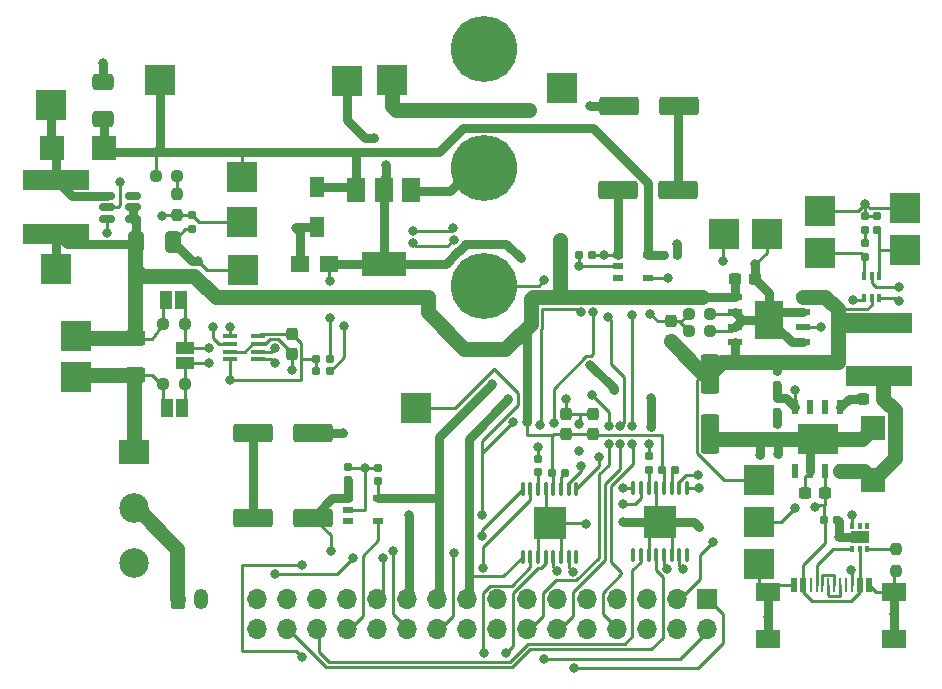
<source format=gbr>
%TF.GenerationSoftware,KiCad,Pcbnew,7.0.1*%
%TF.CreationDate,2025-03-28T11:58:16+02:00*%
%TF.ProjectId,EEE3088F_MM_Power_Project,45454533-3038-4384-965f-4d4d5f506f77,rev?*%
%TF.SameCoordinates,Original*%
%TF.FileFunction,Copper,L1,Top*%
%TF.FilePolarity,Positive*%
%FSLAX46Y46*%
G04 Gerber Fmt 4.6, Leading zero omitted, Abs format (unit mm)*
G04 Created by KiCad (PCBNEW 7.0.1) date 2025-03-28 11:58:16*
%MOMM*%
%LPD*%
G01*
G04 APERTURE LIST*
G04 Aperture macros list*
%AMRoundRect*
0 Rectangle with rounded corners*
0 $1 Rounding radius*
0 $2 $3 $4 $5 $6 $7 $8 $9 X,Y pos of 4 corners*
0 Add a 4 corners polygon primitive as box body*
4,1,4,$2,$3,$4,$5,$6,$7,$8,$9,$2,$3,0*
0 Add four circle primitives for the rounded corners*
1,1,$1+$1,$2,$3*
1,1,$1+$1,$4,$5*
1,1,$1+$1,$6,$7*
1,1,$1+$1,$8,$9*
0 Add four rect primitives between the rounded corners*
20,1,$1+$1,$2,$3,$4,$5,0*
20,1,$1+$1,$4,$5,$6,$7,0*
20,1,$1+$1,$6,$7,$8,$9,0*
20,1,$1+$1,$8,$9,$2,$3,0*%
G04 Aperture macros list end*
%TA.AperFunction,SMDPad,CuDef*%
%ADD10RoundRect,0.160000X-0.160000X0.197500X-0.160000X-0.197500X0.160000X-0.197500X0.160000X0.197500X0*%
%TD*%
%TA.AperFunction,SMDPad,CuDef*%
%ADD11R,2.000000X2.000000*%
%TD*%
%TA.AperFunction,SMDPad,CuDef*%
%ADD12R,0.350013X0.500000*%
%TD*%
%TA.AperFunction,SMDPad,CuDef*%
%ADD13R,1.600000X1.000000*%
%TD*%
%TA.AperFunction,SMDPad,CuDef*%
%ADD14R,2.020015X1.500000*%
%TD*%
%TA.AperFunction,SMDPad,CuDef*%
%ADD15R,0.500000X1.150013*%
%TD*%
%TA.AperFunction,SMDPad,CuDef*%
%ADD16R,0.259995X1.150013*%
%TD*%
%TA.AperFunction,SMDPad,CuDef*%
%ADD17R,1.500000X1.358903*%
%TD*%
%TA.AperFunction,SMDPad,CuDef*%
%ADD18O,0.350013X1.300000*%
%TD*%
%TA.AperFunction,SMDPad,CuDef*%
%ADD19R,2.740005X2.740005*%
%TD*%
%TA.AperFunction,SMDPad,CuDef*%
%ADD20RoundRect,0.250000X-1.412500X-0.550000X1.412500X-0.550000X1.412500X0.550000X-1.412500X0.550000X0*%
%TD*%
%TA.AperFunction,SMDPad,CuDef*%
%ADD21R,2.500000X2.500000*%
%TD*%
%TA.AperFunction,ComponentPad*%
%ADD22RoundRect,0.250000X-0.350000X-0.625000X0.350000X-0.625000X0.350000X0.625000X-0.350000X0.625000X0*%
%TD*%
%TA.AperFunction,ComponentPad*%
%ADD23O,1.200000X1.750000*%
%TD*%
%TA.AperFunction,SMDPad,CuDef*%
%ADD24R,0.600000X1.300000*%
%TD*%
%TA.AperFunction,SMDPad,CuDef*%
%ADD25R,3.500000X2.500000*%
%TD*%
%TA.AperFunction,SMDPad,CuDef*%
%ADD26RoundRect,0.155000X0.155000X-0.212500X0.155000X0.212500X-0.155000X0.212500X-0.155000X-0.212500X0*%
%TD*%
%TA.AperFunction,SMDPad,CuDef*%
%ADD27RoundRect,0.250000X0.650000X-0.412500X0.650000X0.412500X-0.650000X0.412500X-0.650000X-0.412500X0*%
%TD*%
%TA.AperFunction,SMDPad,CuDef*%
%ADD28RoundRect,0.150000X-0.512500X-0.150000X0.512500X-0.150000X0.512500X0.150000X-0.512500X0.150000X0*%
%TD*%
%TA.AperFunction,SMDPad,CuDef*%
%ADD29RoundRect,0.237500X0.300000X0.237500X-0.300000X0.237500X-0.300000X-0.237500X0.300000X-0.237500X0*%
%TD*%
%TA.AperFunction,SMDPad,CuDef*%
%ADD30RoundRect,0.250000X1.412500X0.550000X-1.412500X0.550000X-1.412500X-0.550000X1.412500X-0.550000X0*%
%TD*%
%TA.AperFunction,SMDPad,CuDef*%
%ADD31R,1.296012X1.757506*%
%TD*%
%TA.AperFunction,ComponentPad*%
%ADD32R,1.700000X1.700000*%
%TD*%
%TA.AperFunction,ComponentPad*%
%ADD33O,1.700000X1.700000*%
%TD*%
%TA.AperFunction,SMDPad,CuDef*%
%ADD34RoundRect,0.155000X0.212500X0.155000X-0.212500X0.155000X-0.212500X-0.155000X0.212500X-0.155000X0*%
%TD*%
%TA.AperFunction,SMDPad,CuDef*%
%ADD35RoundRect,0.237500X-0.250000X-0.237500X0.250000X-0.237500X0.250000X0.237500X-0.250000X0.237500X0*%
%TD*%
%TA.AperFunction,SMDPad,CuDef*%
%ADD36RoundRect,0.237500X-0.237500X0.250000X-0.237500X-0.250000X0.237500X-0.250000X0.237500X0.250000X0*%
%TD*%
%TA.AperFunction,SMDPad,CuDef*%
%ADD37RoundRect,0.160000X0.160000X-0.197500X0.160000X0.197500X-0.160000X0.197500X-0.160000X-0.197500X0*%
%TD*%
%TA.AperFunction,SMDPad,CuDef*%
%ADD38RoundRect,0.237500X0.237500X-0.300000X0.237500X0.300000X-0.237500X0.300000X-0.237500X-0.300000X0*%
%TD*%
%TA.AperFunction,ComponentPad*%
%ADD39C,5.600000*%
%TD*%
%TA.AperFunction,SMDPad,CuDef*%
%ADD40R,5.700000X1.700000*%
%TD*%
%TA.AperFunction,SMDPad,CuDef*%
%ADD41RoundRect,0.237500X-0.237500X0.300000X-0.237500X-0.300000X0.237500X-0.300000X0.237500X0.300000X0*%
%TD*%
%TA.AperFunction,SMDPad,CuDef*%
%ADD42R,0.900000X0.500000*%
%TD*%
%TA.AperFunction,SMDPad,CuDef*%
%ADD43R,1.000000X1.500000*%
%TD*%
%TA.AperFunction,SMDPad,CuDef*%
%ADD44RoundRect,0.250000X-0.550000X1.412500X-0.550000X-1.412500X0.550000X-1.412500X0.550000X1.412500X0*%
%TD*%
%TA.AperFunction,SMDPad,CuDef*%
%ADD45RoundRect,0.250000X-0.412500X-0.650000X0.412500X-0.650000X0.412500X0.650000X-0.412500X0.650000X0*%
%TD*%
%TA.AperFunction,SMDPad,CuDef*%
%ADD46O,1.251994X0.364008*%
%TD*%
%TA.AperFunction,SMDPad,CuDef*%
%ADD47R,0.364008X0.650013*%
%TD*%
%TA.AperFunction,SMDPad,CuDef*%
%ADD48RoundRect,0.160000X0.197500X0.160000X-0.197500X0.160000X-0.197500X-0.160000X0.197500X-0.160000X0*%
%TD*%
%TA.AperFunction,SMDPad,CuDef*%
%ADD49RoundRect,0.155000X-0.155000X0.212500X-0.155000X-0.212500X0.155000X-0.212500X0.155000X0.212500X0*%
%TD*%
%TA.AperFunction,SMDPad,CuDef*%
%ADD50R,1.500000X2.000000*%
%TD*%
%TA.AperFunction,SMDPad,CuDef*%
%ADD51R,3.800000X2.000000*%
%TD*%
%TA.AperFunction,SMDPad,CuDef*%
%ADD52RoundRect,0.237500X-0.300000X-0.237500X0.300000X-0.237500X0.300000X0.237500X-0.300000X0.237500X0*%
%TD*%
%TA.AperFunction,SMDPad,CuDef*%
%ADD53RoundRect,0.250000X-0.625000X0.400000X-0.625000X-0.400000X0.625000X-0.400000X0.625000X0.400000X0*%
%TD*%
%TA.AperFunction,SMDPad,CuDef*%
%ADD54RoundRect,0.155000X-0.212500X-0.155000X0.212500X-0.155000X0.212500X0.155000X-0.212500X0.155000X0*%
%TD*%
%TA.AperFunction,SMDPad,CuDef*%
%ADD55R,1.200000X0.600000*%
%TD*%
%TA.AperFunction,SMDPad,CuDef*%
%ADD56R,2.400000X3.300000*%
%TD*%
%TA.AperFunction,SMDPad,CuDef*%
%ADD57R,1.500000X1.000000*%
%TD*%
%TA.AperFunction,ComponentPad*%
%ADD58R,2.500000X2.100000*%
%TD*%
%TA.AperFunction,ComponentPad*%
%ADD59C,2.500000*%
%TD*%
%TA.AperFunction,ViaPad*%
%ADD60C,0.800000*%
%TD*%
%TA.AperFunction,Conductor*%
%ADD61C,0.250000*%
%TD*%
%TA.AperFunction,Conductor*%
%ADD62C,0.760000*%
%TD*%
%TA.AperFunction,Conductor*%
%ADD63C,1.270000*%
%TD*%
G04 APERTURE END LIST*
D10*
%TO.P,R4,1*%
%TO.N,Net-(U1-FB)*%
X114935000Y-113702500D03*
%TO.P,R4,2*%
%TO.N,GND*%
X114935000Y-114897500D03*
%TD*%
D11*
%TO.P,D1,1,K*%
%TO.N,+5V*%
X107508298Y-108026200D03*
%TO.P,D1,2,A*%
%TO.N,Net-(D1-A)*%
X103108502Y-108026200D03*
%TD*%
%TO.P,D2,2,A*%
%TO.N,GND*%
X172618399Y-131726804D03*
%TO.P,D2,1,K*%
%TO.N,/PH_Pin*%
X172618399Y-136126600D03*
%TD*%
D12*
%TO.P,U9,1,CC1*%
%TO.N,/CC1*%
X170799987Y-141969924D03*
%TO.P,U9,2,VUSB*%
%TO.N,+9V*%
X171449975Y-141969924D03*
%TO.P,U9,3,VSET*%
%TO.N,Net-(U9-VSET)*%
X172099962Y-141969924D03*
%TO.P,U9,4,D+*%
%TO.N,unconnected-(U9-D+-Pad4)*%
X172099962Y-139969924D03*
%TO.P,U9,5,D-*%
%TO.N,unconnected-(U9-D--Pad5)*%
X171449975Y-139969924D03*
%TO.P,U9,6,CC2*%
%TO.N,/CC2*%
X170799987Y-139969924D03*
D13*
%TO.P,U9,7,GND*%
%TO.N,GND*%
X171449975Y-140969924D03*
%TD*%
D14*
%TO.P,U7,17,EH*%
%TO.N,GND*%
X174394883Y-145608550D03*
%TO.P,U7,18,EH*%
X174394883Y-149608550D03*
%TO.P,U7,19,EH*%
X163734989Y-149608550D03*
%TO.P,U7,20,EH*%
X163734989Y-145608550D03*
D15*
%TO.P,U7,A1,GND*%
X165865038Y-145034000D03*
%TO.P,U7,A4,VBUS*%
%TO.N,+9V*%
X166664885Y-145034000D03*
D16*
%TO.P,U7,A5,CC1*%
%TO.N,/CC1*%
X167815000Y-145034000D03*
%TO.P,U7,A6,DP1*%
%TO.N,/DP1*%
X168815000Y-145034000D03*
%TO.P,U7,A7,DN1*%
%TO.N,/DN1*%
X169314872Y-145034000D03*
%TO.P,U7,A8,SBU1*%
%TO.N,unconnected-(U7-SBU1-PadA8)*%
X170314618Y-145034000D03*
D15*
%TO.P,U7,A9,VBUS*%
%TO.N,+9V*%
X171464987Y-145034000D03*
%TO.P,U7,A12,GND*%
%TO.N,GND*%
X172265088Y-145034000D03*
D16*
%TO.P,U7,B5,CC2*%
%TO.N,/CC2*%
X170815000Y-145034000D03*
%TO.P,U7,B6,DP2*%
%TO.N,/DP1*%
X169815000Y-145034000D03*
%TO.P,U7,B7,DN2*%
%TO.N,/DN1*%
X168314872Y-145034000D03*
%TO.P,U7,B8,SBU2*%
%TO.N,unconnected-(U7-SBU2-PadB8)*%
X167314872Y-145034000D03*
%TD*%
D17*
%TO.P,C5,1,1*%
%TO.N,+3V3*%
X126516298Y-117856000D03*
%TO.P,C5,2,2*%
%TO.N,GND*%
X124116502Y-117856000D03*
%TD*%
D18*
%TO.P,U10,1,nSleep*%
%TO.N,+3V3*%
X152294834Y-142494000D03*
%TO.P,U10,2,AOUT1*%
%TO.N,/AOUT1 (U2)*%
X152944822Y-142494000D03*
%TO.P,U10,3,AISEN*%
%TO.N,GND*%
X153594809Y-142494000D03*
%TO.P,U10,4,AOUT2*%
%TO.N,/AOUT2 (U2)*%
X154245050Y-142494000D03*
%TO.P,U10,5,BOUT2*%
%TO.N,/BOUT2 (U2)*%
X154895038Y-142494000D03*
%TO.P,U10,6,BISEN*%
%TO.N,GND*%
X155545025Y-142494000D03*
%TO.P,U10,7,BOUT1*%
%TO.N,/BOUT1 (U2)*%
X156195012Y-142494000D03*
%TO.P,U10,8,nFault*%
%TO.N,unconnected-(U10-nFault-Pad8)*%
X156845000Y-142494000D03*
%TO.P,U10,16,AIN1*%
%TO.N,/AIN1 (U2)*%
X152294834Y-136793974D03*
%TO.P,U10,15,AIN2*%
%TO.N,/AIN2 (U2)*%
X152944822Y-136793974D03*
%TO.P,U10,14,VINT*%
%TO.N,Net-(U10-VINT)*%
X153594809Y-136793974D03*
%TO.P,U10,13,GND*%
%TO.N,GND*%
X154245050Y-136793974D03*
%TO.P,U10,12,VM*%
%TO.N,/Battery_Out*%
X154895038Y-136793974D03*
%TO.P,U10,11,VCP*%
%TO.N,Net-(U10-VCP)*%
X155545025Y-136793974D03*
%TO.P,U10,10,BIN2*%
%TO.N,/BIN2 (U2)*%
X156195012Y-136793974D03*
%TO.P,U10,9,BIN1*%
%TO.N,/BIN1 (U2)*%
X156845000Y-136793974D03*
D19*
%TO.P,U10,17,GND*%
%TO.N,GND*%
X154569917Y-139643987D03*
%TD*%
D18*
%TO.P,U8,1,nSleep*%
%TO.N,+3V3*%
X142936717Y-142600813D03*
%TO.P,U8,2,AOUT1*%
%TO.N,/AOUT1 (U1)*%
X143586705Y-142600813D03*
%TO.P,U8,3,AISEN*%
%TO.N,GND*%
X144236692Y-142600813D03*
%TO.P,U8,4,AOUT2*%
%TO.N,/AOUT2 (U1)*%
X144886933Y-142600813D03*
%TO.P,U8,5,BOUT2*%
%TO.N,/BOUT2 (U1)*%
X145536921Y-142600813D03*
%TO.P,U8,6,BISEN*%
%TO.N,GND*%
X146186908Y-142600813D03*
%TO.P,U8,7,BOUT1*%
%TO.N,/BOUT1 (U1)*%
X146836895Y-142600813D03*
%TO.P,U8,8,nFault*%
%TO.N,unconnected-(U8-nFault-Pad8)*%
X147486883Y-142600813D03*
%TO.P,U8,9,BIN1*%
%TO.N,/BIN1 (U1)*%
X147486883Y-136900787D03*
%TO.P,U8,10,BIN2*%
%TO.N,/BIN2 (U1)*%
X146836895Y-136900787D03*
%TO.P,U8,11,VCP*%
%TO.N,Net-(U8-VCP)*%
X146186908Y-136900787D03*
%TO.P,U8,12,VM*%
%TO.N,/Battery_Out*%
X145536921Y-136900787D03*
%TO.P,U8,13,GND*%
%TO.N,GND*%
X144886933Y-136900787D03*
%TO.P,U8,14,VINT*%
%TO.N,Net-(U8-VINT)*%
X144236692Y-136900787D03*
%TO.P,U8,15,AIN2*%
%TO.N,/AIN2 (U1)*%
X143586705Y-136900787D03*
%TO.P,U8,16,AIN1*%
%TO.N,/AIN1 (U1)*%
X142936717Y-136900787D03*
D19*
%TO.P,U8,17,GND*%
%TO.N,GND*%
X145211800Y-139750800D03*
%TD*%
D20*
%TO.P,C31,1*%
%TO.N,Net-(C30-Pad2)*%
X120070800Y-132156200D03*
%TO.P,C31,2*%
%TO.N,GND*%
X125145800Y-132156200D03*
%TD*%
D21*
%TO.P,5V_R1_TP1,1,1*%
%TO.N,+5V*%
X119126000Y-110490000D03*
%TD*%
D22*
%TO.P,J1,1,Pin_1*%
%TO.N,/Battery_In_Before_Switch*%
X113722400Y-146151600D03*
D23*
%TO.P,J1,2,Pin_2*%
%TO.N,GND*%
X115722400Y-146151600D03*
%TD*%
D24*
%TO.P,U4,1,BOOT*%
%TO.N,Net-(U4-BOOT)*%
X169824403Y-129956804D03*
%TO.P,U4,2,NC*%
%TO.N,unconnected-(U4-NC-Pad2)*%
X168554400Y-129956804D03*
%TO.P,U4,3,NC*%
%TO.N,unconnected-(U4-NC-Pad3)*%
X167284398Y-129956804D03*
%TO.P,U4,4,VSENSE*%
%TO.N,Net-(U4-VSENSE)*%
X166014395Y-129956804D03*
%TO.P,U4,5,ENA*%
%TO.N,unconnected-(U4-ENA-Pad5)*%
X166014395Y-135356600D03*
%TO.P,U4,6,GND*%
%TO.N,GND*%
X167284398Y-135356600D03*
%TO.P,U4,7,VIN*%
%TO.N,+9V*%
X168554400Y-135356600D03*
%TO.P,U4,8,PH*%
%TO.N,/PH_Pin*%
X169824403Y-135356600D03*
D25*
%TO.P,U4,9,PowerPAD*%
%TO.N,GND*%
X167919399Y-132656829D03*
%TD*%
D26*
%TO.P,C11,1*%
%TO.N,Net-(U8-VINT)*%
X144246600Y-135441500D03*
%TO.P,C11,2*%
%TO.N,GND*%
X144246600Y-134306500D03*
%TD*%
D27*
%TO.P,C2,1*%
%TO.N,+5V*%
X107416600Y-105537800D03*
%TO.P,C2,2*%
%TO.N,GND*%
X107416600Y-102412800D03*
%TD*%
D21*
%TO.P,L_TP_1,1,1*%
%TO.N,/Battery_Out*%
X103428800Y-118262400D03*
%TD*%
D28*
%TO.P,U1,1,SW*%
%TO.N,Net-(D1-A)*%
X107701500Y-112080000D03*
%TO.P,U1,2,GND*%
%TO.N,GND*%
X107701500Y-113030000D03*
%TO.P,U1,3,FB*%
%TO.N,Net-(U1-FB)*%
X107701500Y-113980000D03*
%TO.P,U1,4,EN*%
%TO.N,/Battery_Out*%
X109976500Y-113980000D03*
%TO.P,U1,5,IN*%
X109976500Y-113030000D03*
%TO.P,U1,6,NC*%
%TO.N,unconnected-(U1-NC-Pad6)*%
X109976500Y-112080000D03*
%TD*%
D29*
%TO.P,C9,1*%
%TO.N,GND*%
X162609700Y-119075200D03*
%TO.P,C9,2*%
%TO.N,/Battery_Out*%
X160884700Y-119075200D03*
%TD*%
D30*
%TO.P,C30,1*%
%TO.N,/EXT_LOAD1_OUT*%
X125171200Y-139293600D03*
%TO.P,C30,2*%
%TO.N,Net-(C30-Pad2)*%
X120096200Y-139293600D03*
%TD*%
D21*
%TO.P,9-5V_R1_TP1,1,1*%
%TO.N,/Battey_Charger_VDD*%
X162941000Y-136144000D03*
%TD*%
D31*
%TO.P,C4,1,1*%
%TO.N,+5V*%
X125523713Y-111319860D03*
%TO.P,C4,2,2*%
%TO.N,GND*%
X125523713Y-114692478D03*
%TD*%
D32*
%TO.P,J2,1,Pin_1*%
%TO.N,/BOUT1 (U1)*%
X158572200Y-146227800D03*
D33*
%TO.P,J2,2,Pin_2*%
%TO.N,/BOUT2 (U1)*%
X158572200Y-148767800D03*
%TO.P,J2,3,Pin_3*%
%TO.N,/BIN1 (U1)*%
X156032200Y-146227800D03*
%TO.P,J2,4,Pin_4*%
%TO.N,/BOUT1 (U2)*%
X156032200Y-148767800D03*
%TO.P,J2,5,Pin_5*%
%TO.N,/BIN2 (U1)*%
X153492200Y-146227800D03*
%TO.P,J2,6,Pin_6*%
%TO.N,/BOUT2 (U2)*%
X153492200Y-148767800D03*
%TO.P,J2,7,Pin_7*%
%TO.N,/BIN1 (U2)*%
X150952200Y-146227800D03*
%TO.P,J2,8,Pin_8*%
%TO.N,/CTRL_EXT_LOAD2*%
X150952200Y-148767800D03*
%TO.P,J2,9,Pin_9*%
%TO.N,/BIN2 (U2)*%
X148412200Y-146227800D03*
%TO.P,J2,10,Pin_10*%
%TO.N,unconnected-(J2-Pin_10-Pad10)*%
X148412200Y-148767800D03*
%TO.P,J2,11,Pin_11*%
%TO.N,unconnected-(J2-Pin_11-Pad11)*%
X145872200Y-146227800D03*
%TO.P,J2,12,Pin_12*%
%TO.N,/EXT_LOAD2_OUT*%
X145872200Y-148767800D03*
%TO.P,J2,13,Pin_13*%
%TO.N,/Battery_Out*%
X143332200Y-146227800D03*
%TO.P,J2,14,Pin_14*%
%TO.N,/Fast_Charge_CTRL*%
X143332200Y-148767800D03*
%TO.P,J2,15,Pin_15*%
%TO.N,/I2C1_SCL*%
X140792200Y-146227800D03*
%TO.P,J2,16,Pin_16*%
%TO.N,unconnected-(J2-Pin_16-Pad16)*%
X140792200Y-148767800D03*
%TO.P,J2,17,Pin_17*%
%TO.N,+3V3*%
X138252200Y-146227800D03*
%TO.P,J2,18,Pin_18*%
%TO.N,/I2C1_SDA*%
X138252200Y-148767800D03*
%TO.P,J2,19,Pin_19*%
%TO.N,+5V*%
X135712200Y-146227800D03*
%TO.P,J2,20,Pin_20*%
%TO.N,GND*%
X135712200Y-148767800D03*
%TO.P,J2,21,Pin_21*%
%TO.N,+9V*%
X133172200Y-146227800D03*
%TO.P,J2,22,Pin_22*%
%TO.N,/EXT_LOAD1_OUT*%
X133172200Y-148767800D03*
%TO.P,J2,23,Pin_23*%
%TO.N,/AIN1 (U2)*%
X130632200Y-146227800D03*
%TO.P,J2,24,Pin_24*%
%TO.N,GND*%
X130632200Y-148767800D03*
%TO.P,J2,25,Pin_25*%
%TO.N,/AIN2 (U2)*%
X128092200Y-146227800D03*
%TO.P,J2,26,Pin_26*%
%TO.N,/CTRL_EXT_LOAD1*%
X128092200Y-148767800D03*
%TO.P,J2,27,Pin_27*%
%TO.N,/AIN1 (U1)*%
X125552200Y-146227800D03*
%TO.P,J2,28,Pin_28*%
%TO.N,/AOUT1 (U2)*%
X125552200Y-148767800D03*
%TO.P,J2,29,Pin_29*%
%TO.N,/AIN2 (U1)*%
X123012200Y-146227800D03*
%TO.P,J2,30,Pin_30*%
%TO.N,/AOUT2 (U2)*%
X123012200Y-148767800D03*
%TO.P,J2,31,Pin_31*%
%TO.N,/AOUT1 (U1)*%
X120472200Y-146227800D03*
%TO.P,J2,32,Pin_32*%
%TO.N,/AOUT2 (U1)*%
X120472200Y-148767800D03*
%TD*%
D34*
%TO.P,C16,1*%
%TO.N,Net-(U10-VCP)*%
X155846400Y-135280400D03*
%TO.P,C16,2*%
%TO.N,/Battery_Out*%
X154711400Y-135280400D03*
%TD*%
D21*
%TO.P,5V_R2_TP1,1,1*%
%TO.N,GND*%
X119253000Y-118364000D03*
%TD*%
D34*
%TO.P,C33,1*%
%TO.N,GND*%
X156015500Y-117094000D03*
%TO.P,C33,2*%
%TO.N,+5V*%
X154880500Y-117094000D03*
%TD*%
D35*
%TO.P,R5,1*%
%TO.N,/Battery_In_After_Switch*%
X112511500Y-127990600D03*
%TO.P,R5,2*%
%TO.N,Net-(JP1-B)*%
X114336500Y-127990600D03*
%TD*%
D36*
%TO.P,R15,1*%
%TO.N,Net-(U9-VSET)*%
X174498000Y-141962500D03*
%TO.P,R15,2*%
%TO.N,GND*%
X174498000Y-143787500D03*
%TD*%
D37*
%TO.P,R10,1*%
%TO.N,Net-(R10-Pad1)*%
X171907200Y-114957900D03*
%TO.P,R10,2*%
%TO.N,GND*%
X171907200Y-113762900D03*
%TD*%
D20*
%TO.P,C20,1*%
%TO.N,/EXT_LOAD2_OUT*%
X150982600Y-111531400D03*
%TO.P,C20,2*%
%TO.N,Net-(C20-Pad2)*%
X156057600Y-111531400D03*
%TD*%
D38*
%TO.P,C17,1*%
%TO.N,/Battery_Out*%
X148844000Y-132231300D03*
%TO.P,C17,2*%
%TO.N,GND*%
X148844000Y-130506300D03*
%TD*%
%TO.P,C14,1*%
%TO.N,/Battery_Out*%
X146583400Y-132256700D03*
%TO.P,C14,2*%
%TO.N,GND*%
X146583400Y-130531700D03*
%TD*%
D36*
%TO.P,R3,1*%
%TO.N,Net-(R2-Pad2)*%
X113665000Y-111863500D03*
%TO.P,R3,2*%
%TO.N,Net-(U1-FB)*%
X113665000Y-113688500D03*
%TD*%
D21*
%TO.P,CHRG_SelectR2_TP1,1,1*%
%TO.N,Net-(U6-NO)*%
X175336200Y-116636800D03*
%TD*%
D39*
%TO.P,H1,1,1*%
%TO.N,GND*%
X139649200Y-119659099D03*
%TD*%
D34*
%TO.P,C12,1*%
%TO.N,Net-(U8-VCP)*%
X146532600Y-135483600D03*
%TO.P,C12,2*%
%TO.N,/Battery_Out*%
X145397600Y-135483600D03*
%TD*%
D39*
%TO.P,H3,1,1*%
%TO.N,GND*%
X139649200Y-109659099D03*
%TD*%
D40*
%TO.P,L3,1*%
%TO.N,/PH_Pin*%
X173101000Y-127330200D03*
%TO.P,L3,2*%
%TO.N,/Battey_Charger_VDD*%
X173101000Y-122830200D03*
%TD*%
D21*
%TO.P,5V_TP1,1,1*%
%TO.N,+5V*%
X112191800Y-102260400D03*
%TD*%
D41*
%TO.P,C7,1*%
%TO.N,Net-(C7-Pad1)*%
X155498800Y-122657700D03*
%TO.P,C7,2*%
%TO.N,/Battey_Charger_VDD*%
X155498800Y-124382700D03*
%TD*%
D10*
%TO.P,R13,1*%
%TO.N,/Battey_Charger_VDD*%
X164490399Y-126889702D03*
%TO.P,R13,2*%
%TO.N,Net-(U4-VSENSE)*%
X164490399Y-128084702D03*
%TD*%
D35*
%TO.P,R2,1*%
%TO.N,+5V*%
X111863500Y-110363000D03*
%TO.P,R2,2*%
%TO.N,Net-(R2-Pad2)*%
X113688500Y-110363000D03*
%TD*%
D40*
%TO.P,L2,1*%
%TO.N,/Battery_Out*%
X103428800Y-115254600D03*
%TO.P,L2,2*%
%TO.N,Net-(D1-A)*%
X103428800Y-110754600D03*
%TD*%
D21*
%TO.P,CHRG_SelectR1_TP1,1,1*%
%TO.N,Net-(U6-NC)*%
X168122600Y-116916200D03*
%TD*%
D42*
%TO.P,U12,1,OUT*%
%TO.N,/EXT_LOAD2_OUT*%
X150977600Y-117073676D03*
%TO.P,U12,2,GND*%
%TO.N,GND*%
X150977600Y-118023638D03*
%TO.P,U12,3,FLG*%
%TO.N,unconnected-(U12-FLG-Pad3)*%
X150977600Y-118973600D03*
%TO.P,U12,4,EN*%
%TO.N,/CTRL_EXT_LOAD2*%
X153577550Y-118973600D03*
%TO.P,U12,5,IN*%
%TO.N,+5V*%
X153577550Y-117073676D03*
%TD*%
D43*
%TO.P,JP2,1,A*%
%TO.N,Net-(JP2-A)*%
X114011500Y-120909000D03*
%TO.P,JP2,2,B*%
%TO.N,/Battery_Out*%
X112711500Y-120909000D03*
%TD*%
D21*
%TO.P,CHRG_VinR_TP1,1,1*%
%TO.N,Net-(C7-Pad1)*%
X159943800Y-115265200D03*
%TD*%
D37*
%TO.P,R12,1*%
%TO.N,GND*%
X164490399Y-132563800D03*
%TO.P,R12,2*%
%TO.N,Net-(R12-Pad2)*%
X164490399Y-131368800D03*
%TD*%
D42*
%TO.P,U14,1,OUT*%
%TO.N,/EXT_LOAD1_OUT*%
X128117600Y-137668000D03*
%TO.P,U14,2,GND*%
%TO.N,GND*%
X128117600Y-138617962D03*
%TO.P,U14,3,FLG*%
%TO.N,unconnected-(U14-FLG-Pad3)*%
X128117600Y-139567924D03*
%TO.P,U14,4,EN*%
%TO.N,/CTRL_EXT_LOAD1*%
X130717550Y-139567924D03*
%TO.P,U14,5,IN*%
%TO.N,+5V*%
X130717550Y-137668000D03*
%TD*%
D21*
%TO.P,9V_TP1,1,1*%
%TO.N,+9V*%
X133858000Y-130048000D03*
%TD*%
D30*
%TO.P,C21,1*%
%TO.N,Net-(C20-Pad2)*%
X156133800Y-104419400D03*
%TO.P,C21,2*%
%TO.N,GND*%
X151058800Y-104419400D03*
%TD*%
D26*
%TO.P,C15,1*%
%TO.N,Net-(U10-VINT)*%
X153593800Y-135238300D03*
%TO.P,C15,2*%
%TO.N,GND*%
X153593800Y-134103300D03*
%TD*%
D35*
%TO.P,R6,1*%
%TO.N,/Battery_Out*%
X112511500Y-122909000D03*
%TO.P,R6,2*%
%TO.N,Net-(JP2-A)*%
X114336500Y-122909000D03*
%TD*%
D44*
%TO.P,C10,1*%
%TO.N,/Battey_Charger_VDD*%
X158775403Y-127106600D03*
%TO.P,C10,2*%
%TO.N,GND*%
X158775403Y-132181600D03*
%TD*%
D21*
%TO.P,9-5V_VSense_TP1,1,1*%
%TO.N,Net-(U4-VSENSE)*%
X162915600Y-139700000D03*
%TD*%
D45*
%TO.P,C1,1*%
%TO.N,/Battery_Out*%
X110159000Y-115951000D03*
%TO.P,C1,2*%
%TO.N,GND*%
X113284000Y-115951000D03*
%TD*%
D35*
%TO.P,R8,1*%
%TO.N,Net-(C7-Pad1)*%
X156999300Y-122021600D03*
%TO.P,R8,2*%
%TO.N,GND*%
X158824300Y-122021600D03*
%TD*%
D46*
%TO.P,U2,1,IN+*%
%TO.N,Net-(JP1-B)*%
X120562560Y-125884108D03*
%TO.P,U2,2,IN-*%
%TO.N,Net-(JP2-A)*%
X120562560Y-125234121D03*
%TO.P,U2,3,GND*%
%TO.N,GND*%
X120562560Y-124584133D03*
%TO.P,U2,4,VS*%
%TO.N,+3V3*%
X120562560Y-123933892D03*
%TO.P,U2,5,SCL*%
%TO.N,/I2C1_SCL*%
X118110440Y-123933892D03*
%TO.P,U2,6,SDA*%
%TO.N,/I2C1_SDA*%
X118110440Y-124584133D03*
%TO.P,U2,7,A0*%
%TO.N,GND*%
X118110440Y-125234121D03*
%TO.P,U2,8,A1*%
%TO.N,+3V3*%
X118110440Y-125884108D03*
%TD*%
D21*
%TO.P,Shunt_TP1,1,1*%
%TO.N,/Battery_In_After_Switch*%
X105086500Y-127409000D03*
%TD*%
D47*
%TO.P,U6,1,NO*%
%TO.N,Net-(U6-NO)*%
X173130974Y-118830800D03*
%TO.P,U6,2,GND*%
%TO.N,GND*%
X172480987Y-118830800D03*
%TO.P,U6,3,NC*%
%TO.N,Net-(U6-NC)*%
X171831000Y-118830800D03*
%TO.P,U6,4,COM*%
%TO.N,Net-(U5-PROG)*%
X171831000Y-120730724D03*
%TO.P,U6,5,V+*%
%TO.N,/Battey_Charger_VDD*%
X172480987Y-120730724D03*
%TO.P,U6,6,IN*%
%TO.N,/Fast_Charge_CTRL*%
X173130974Y-120730724D03*
%TD*%
D21*
%TO.P,3V3_TP1,1,1*%
%TO.N,+3V3*%
X128016000Y-102362000D03*
%TD*%
D48*
%TO.P,R17,1*%
%TO.N,/I2C1_SDA*%
X126632300Y-125857000D03*
%TO.P,R17,2*%
%TO.N,+3V3*%
X125437300Y-125857000D03*
%TD*%
%TO.P,R16,1*%
%TO.N,/I2C1_SCL*%
X126632300Y-126856400D03*
%TO.P,R16,2*%
%TO.N,+3V3*%
X125437300Y-126856400D03*
%TD*%
D49*
%TO.P,C28,1*%
%TO.N,GND*%
X130683000Y-135068500D03*
%TO.P,C28,2*%
%TO.N,+5V*%
X130683000Y-136203500D03*
%TD*%
D41*
%TO.P,C3,1*%
%TO.N,+3V3*%
X123393200Y-123749900D03*
%TO.P,C3,2*%
%TO.N,GND*%
X123393200Y-125474900D03*
%TD*%
D35*
%TO.P,R7,1*%
%TO.N,Net-(C7-Pad1)*%
X157001200Y-123520200D03*
%TO.P,R7,2*%
%TO.N,GND*%
X158826200Y-123520200D03*
%TD*%
D39*
%TO.P,H2,1,1*%
%TO.N,GND*%
X139649200Y-99659099D03*
%TD*%
D21*
%TO.P,CHRG_SelectR1_TP2,1,1*%
%TO.N,GND*%
X168122600Y-113334800D03*
%TD*%
D50*
%TO.P,U3,1,GND*%
%TO.N,GND*%
X133458400Y-111531000D03*
%TO.P,U3,2,VO*%
%TO.N,+3V3*%
X131158400Y-111531000D03*
D51*
X131158400Y-117831000D03*
D50*
%TO.P,U3,3,VI*%
%TO.N,+5V*%
X128858400Y-111531000D03*
%TD*%
D21*
%TO.P,9-5V_R2_TP1,1,1*%
%TO.N,GND*%
X162941000Y-143205200D03*
%TD*%
D52*
%TO.P,C8,1*%
%TO.N,Net-(U4-BOOT)*%
X171755899Y-129227702D03*
%TO.P,C8,2*%
%TO.N,/PH_Pin*%
X173480899Y-129227702D03*
%TD*%
D43*
%TO.P,JP1,1,A*%
%TO.N,/Battery_In_After_Switch*%
X112786500Y-129981200D03*
%TO.P,JP1,2,B*%
%TO.N,Net-(JP1-B)*%
X114086500Y-129981200D03*
%TD*%
D21*
%TO.P,CHRG_SelectR2_TP2,1,1*%
%TO.N,GND*%
X175336200Y-113106200D03*
%TD*%
D53*
%TO.P,R1,1*%
%TO.N,/Battery_Out*%
X110086500Y-124109000D03*
%TO.P,R1,2*%
%TO.N,/Battery_In_After_Switch*%
X110086500Y-127209000D03*
%TD*%
D49*
%TO.P,C32,1*%
%TO.N,GND*%
X128117600Y-135009000D03*
%TO.P,C32,2*%
%TO.N,/EXT_LOAD1_OUT*%
X128117600Y-136144000D03*
%TD*%
D37*
%TO.P,R9,1*%
%TO.N,Net-(U6-NC)*%
X171907200Y-117243900D03*
%TO.P,R9,2*%
%TO.N,Net-(R10-Pad1)*%
X171907200Y-116048900D03*
%TD*%
D54*
%TO.P,C23,1*%
%TO.N,GND*%
X147692300Y-117068600D03*
%TO.P,C23,2*%
%TO.N,/EXT_LOAD2_OUT*%
X148827300Y-117068600D03*
%TD*%
D37*
%TO.P,R11,1*%
%TO.N,Net-(U6-NO)*%
X172923200Y-114945800D03*
%TO.P,R11,2*%
%TO.N,GND*%
X172923200Y-113750800D03*
%TD*%
D21*
%TO.P,L_TP_2,1,1*%
%TO.N,Net-(D1-A)*%
X102997000Y-104368600D03*
%TD*%
D55*
%TO.P,U5,1,TEMP*%
%TO.N,GND*%
X166700204Y-124447302D03*
%TO.P,U5,2,PROG*%
%TO.N,Net-(U5-PROG)*%
X166700204Y-123177299D03*
%TO.P,U5,3,GND*%
%TO.N,GND*%
X166700204Y-121907297D03*
%TO.P,U5,4,VCC*%
%TO.N,/Battey_Charger_VDD*%
X166700204Y-120637294D03*
%TO.P,U5,5,BAT*%
%TO.N,/Battery_Out*%
X160883592Y-120637294D03*
%TO.P,U5,6,STDBY#*%
%TO.N,GND*%
X160883592Y-121907297D03*
%TO.P,U5,7,CHRG#*%
X160883592Y-123177299D03*
%TO.P,U5,8,CE*%
%TO.N,/Battey_Charger_VDD*%
X160883592Y-124447302D03*
D56*
%TO.P,U5,9,EP*%
%TO.N,GND*%
X163791898Y-122542298D03*
%TD*%
D21*
%TO.P,5V_FB_TP1,1,1*%
%TO.N,Net-(U1-FB)*%
X119126000Y-114300000D03*
%TD*%
%TO.P,Shunt_TP2,1,1*%
%TO.N,/Battery_Out*%
X105086500Y-123909000D03*
%TD*%
D10*
%TO.P,R14,1*%
%TO.N,Net-(U4-VSENSE)*%
X164490399Y-129120300D03*
%TO.P,R14,2*%
%TO.N,Net-(R12-Pad2)*%
X164490399Y-130315300D03*
%TD*%
D57*
%TO.P,JP3,1,A*%
%TO.N,Net-(JP2-A)*%
X114336500Y-124909000D03*
%TO.P,JP3,2,B*%
%TO.N,Net-(JP1-B)*%
X114336500Y-126209000D03*
%TD*%
D21*
%TO.P,CHRG_VinR_TP2,1,1*%
%TO.N,GND*%
X163576000Y-115265200D03*
%TD*%
D52*
%TO.P,C6,1*%
%TO.N,GND*%
X166804000Y-137210800D03*
%TO.P,C6,2*%
%TO.N,+9V*%
X168529000Y-137210800D03*
%TD*%
D21*
%TO.P,BAT_TP1,1,1*%
%TO.N,/Battery_Out*%
X131876800Y-102260400D03*
%TD*%
%TO.P,GND_TP1,1,1*%
%TO.N,GND*%
X146278600Y-102946200D03*
%TD*%
D58*
%TO.P,U11,1,1*%
%TO.N,/Battery_In_After_Switch*%
X109982000Y-133780775D03*
D59*
%TO.P,U11,2,2*%
%TO.N,/Battery_In_Before_Switch*%
X109982000Y-138480800D03*
%TO.P,U11,3,3*%
%TO.N,GND*%
X109982000Y-143180825D03*
%TD*%
D34*
%TO.P,C13,1*%
%TO.N,GND*%
X169579100Y-139471400D03*
%TO.P,C13,2*%
%TO.N,+9V*%
X168444100Y-139471400D03*
%TD*%
D60*
%TO.N,GND*%
X107416600Y-100838000D03*
%TO.N,+3V3*%
X130302000Y-107188000D03*
X118110000Y-127635000D03*
X126586400Y-119253000D03*
X142748000Y-117348000D03*
X131318000Y-109474000D03*
X141706600Y-129260600D03*
%TO.N,Net-(U1-FB)*%
X112395000Y-113792000D03*
X107721400Y-115189000D03*
%TO.N,+5V*%
X135839200Y-108331000D03*
X140335000Y-127990600D03*
%TO.N,GND*%
X123698000Y-114757200D03*
X148590000Y-104419400D03*
X151384000Y-139649200D03*
X153822400Y-129184400D03*
X157886400Y-140081000D03*
X144246600Y-133299200D03*
X162610800Y-117856000D03*
X148259800Y-139801600D03*
X171932600Y-112734800D03*
X156032200Y-116103400D03*
X150622000Y-128473200D03*
X144754600Y-119202200D03*
X147726400Y-131343400D03*
X153593800Y-133045200D03*
X174777400Y-119786400D03*
X115443000Y-117602000D03*
X123367800Y-126796800D03*
X146558000Y-129260600D03*
X148615400Y-126339600D03*
X163042600Y-133959600D03*
X153822400Y-131595700D03*
X147726400Y-117957600D03*
X163703000Y-147701000D03*
X129540000Y-135128000D03*
X169697400Y-140944600D03*
X127685800Y-132156200D03*
X137109200Y-142265400D03*
X164566600Y-133934200D03*
X147726400Y-133680200D03*
X174371000Y-147447000D03*
X108864400Y-110871000D03*
%TO.N,Net-(U4-VSENSE)*%
X166014400Y-138455400D03*
X166014400Y-128473200D03*
%TO.N,+9V*%
X139522200Y-139090400D03*
X167690800Y-138379200D03*
X142138400Y-131216400D03*
X133290000Y-139115800D03*
%TO.N,/Battery_Out*%
X143281400Y-131191000D03*
X146050000Y-115824000D03*
X143433800Y-104749600D03*
%TO.N,Net-(C7-Pad1)*%
X159918400Y-117602000D03*
X153720800Y-122021600D03*
%TO.N,/Fast_Charge_CTRL*%
X148818600Y-128930400D03*
X150206698Y-131572500D03*
X150198130Y-133044700D03*
X174777400Y-120929400D03*
%TO.N,/I2C1_SCL*%
X127838200Y-123113800D03*
X118117500Y-123142000D03*
%TO.N,/I2C1_SDA*%
X116720500Y-123142000D03*
X126619000Y-122402600D03*
%TO.N,Net-(JP1-B)*%
X116339500Y-126190000D03*
X121938000Y-126202500D03*
%TO.N,Net-(JP2-A)*%
X116339500Y-124920000D03*
X121938000Y-124932500D03*
%TO.N,Net-(U5-PROG)*%
X168173400Y-123190000D03*
X170870374Y-120837400D03*
%TO.N,/EXT_LOAD1_OUT*%
X126669800Y-142138400D03*
X131978400Y-142138400D03*
%TO.N,/EXT_LOAD2_OUT*%
X151206200Y-131572000D03*
X149809200Y-117068600D03*
X150164800Y-122326400D03*
X151197633Y-133044700D03*
%TO.N,/BOUT2 (U1)*%
X145872200Y-143840200D03*
X144703800Y-151231600D03*
%TO.N,/BOUT1 (U1)*%
X147269200Y-152019000D03*
X147167600Y-143891000D03*
%TO.N,/BOUT1 (U2)*%
X156501796Y-143663308D03*
%TO.N,/BIN1 (U1)*%
X149428200Y-134200300D03*
X159010600Y-141344400D03*
%TO.N,/BOUT2 (U2)*%
X155184749Y-143654604D03*
%TO.N,/BIN2 (U1)*%
X147828000Y-134924800D03*
%TO.N,/CTRL_EXT_LOAD2*%
X152222200Y-122123200D03*
X155219400Y-118973600D03*
X152196800Y-133070600D03*
X152222200Y-131546600D03*
%TO.N,/BIN1 (U2)*%
X157835600Y-136779000D03*
%TO.N,/BIN2 (U2)*%
X157810200Y-135661400D03*
%TO.N,/AIN1 (U2)*%
X121920000Y-144056700D03*
X133604000Y-115062000D03*
X128524000Y-142748000D03*
X151384000Y-136779000D03*
X131064000Y-142748000D03*
X148844000Y-121920000D03*
X137058400Y-114782600D03*
X145542000Y-131318000D03*
%TO.N,/AIN2 (U2)*%
X144424400Y-131419600D03*
X124206000Y-143332200D03*
X151384000Y-138176000D03*
X137093933Y-115781470D03*
X124206000Y-151130000D03*
X133604000Y-116078000D03*
X147828000Y-121920000D03*
%TO.N,/AIN1 (U1)*%
X139521047Y-140841847D03*
%TO.N,/AIN2 (U1)*%
X139573000Y-143535400D03*
%TO.N,/AOUT2 (U1)*%
X141485703Y-150793700D03*
%TO.N,/AOUT1 (U1)*%
X139649200Y-150793700D03*
%TO.N,/CC2*%
X170815000Y-139065000D03*
X170725475Y-143764000D03*
%TD*%
D61*
%TO.N,/AIN1 (U2)*%
X151398974Y-136793974D02*
X151384000Y-136779000D01*
X152294834Y-136793974D02*
X151398974Y-136793974D01*
D62*
%TO.N,GND*%
X150622000Y-128346200D02*
X148615400Y-126339600D01*
X150622000Y-128473200D02*
X150622000Y-128346200D01*
D61*
%TO.N,/AIN1 (U2)*%
X127203200Y-144068800D02*
X128524000Y-142748000D01*
X121932100Y-144068800D02*
X127203200Y-144068800D01*
X121920000Y-144056700D02*
X121932100Y-144068800D01*
%TO.N,/AIN2 (U2)*%
X123698000Y-150622000D02*
X124206000Y-151130000D01*
X119126000Y-150622000D02*
X123698000Y-150622000D01*
X124206000Y-143332200D02*
X119126000Y-143332200D01*
X119126000Y-143332200D02*
X119126000Y-150622000D01*
D62*
%TO.N,+5V*%
X128858400Y-111531000D02*
X128791709Y-111597691D01*
X128647260Y-111319860D02*
X128858400Y-111531000D01*
X125523713Y-111319860D02*
X128647260Y-111319860D01*
%TO.N,GND*%
X124116502Y-115175702D02*
X123698000Y-114757200D01*
X124116502Y-117856000D02*
X124116502Y-115175702D01*
X123762722Y-114692478D02*
X123698000Y-114757200D01*
X125523713Y-114692478D02*
X123762722Y-114692478D01*
X107416600Y-102412800D02*
X107416600Y-100838000D01*
%TO.N,Net-(D1-A)*%
X102997000Y-107914698D02*
X102997000Y-104368600D01*
X103428800Y-108346498D02*
X102997000Y-107914698D01*
X103428800Y-110754600D02*
X103428800Y-108346498D01*
%TO.N,+5V*%
X107813098Y-108331000D02*
X111887000Y-108331000D01*
X107442000Y-107959902D02*
X107813098Y-108331000D01*
X107442000Y-105829500D02*
X107442000Y-107959902D01*
%TO.N,+3V3*%
X137499863Y-116761470D02*
X137467130Y-116761470D01*
D61*
X120751452Y-123745000D02*
X123388300Y-123745000D01*
X125437300Y-125857000D02*
X124193200Y-125857000D01*
D62*
X131158400Y-111531000D02*
X131158400Y-117831000D01*
D61*
X142936717Y-142600813D02*
X141277130Y-144260400D01*
X141277130Y-144260400D02*
X138383800Y-144260400D01*
X138383800Y-144260400D02*
X138370000Y-144246600D01*
D62*
X136397600Y-117831000D02*
X131158400Y-117831000D01*
X131318000Y-109474000D02*
X131318000Y-110457400D01*
D61*
X126516298Y-117856000D02*
X126516298Y-119182898D01*
D62*
X138073933Y-116154667D02*
X138073933Y-116187400D01*
X142748000Y-117348000D02*
X141554200Y-116154200D01*
X126516298Y-117856000D02*
X131133400Y-117856000D01*
X138370000Y-138471600D02*
X138353800Y-138455400D01*
X132436000Y-117856000D02*
X132461000Y-117831000D01*
D61*
X124193200Y-127635000D02*
X124193200Y-125857000D01*
D62*
X138074400Y-116154200D02*
X138073933Y-116154667D01*
D61*
X125437300Y-126856400D02*
X125437300Y-125857000D01*
D62*
X138370000Y-146250000D02*
X138370000Y-144246600D01*
X128016000Y-102362000D02*
X128016000Y-105664000D01*
D61*
X118110000Y-127635000D02*
X124193200Y-127635000D01*
D62*
X137467130Y-116761470D02*
X136397600Y-117831000D01*
D61*
X118110000Y-125884548D02*
X118110440Y-125884108D01*
X120562560Y-123933892D02*
X120751452Y-123745000D01*
D62*
X131318000Y-110457400D02*
X131158400Y-110617000D01*
D61*
X123388300Y-123745000D02*
X123393200Y-123749900D01*
X124193200Y-125857000D02*
X124193200Y-124549900D01*
D62*
X138353800Y-138455400D02*
X138353800Y-132613400D01*
X128016000Y-105664000D02*
X129540000Y-107188000D01*
D61*
X118110000Y-127635000D02*
X118110000Y-125884548D01*
D62*
X138353800Y-132613400D02*
X141706600Y-129260600D01*
D61*
X124193200Y-124549900D02*
X123393200Y-123749900D01*
D62*
X129540000Y-107188000D02*
X130302000Y-107188000D01*
X138073933Y-116187400D02*
X137499863Y-116761470D01*
X138370000Y-144246600D02*
X138370000Y-138471600D01*
X141554200Y-116154200D02*
X138074400Y-116154200D01*
D61*
%TO.N,Net-(U1-FB)*%
X107721400Y-115189000D02*
X107701500Y-115169100D01*
X107701500Y-115169100D02*
X107701500Y-113980000D01*
X114935000Y-113702500D02*
X113679000Y-113702500D01*
X113665000Y-113688500D02*
X112498500Y-113688500D01*
X115532500Y-114300000D02*
X114935000Y-113702500D01*
X113679000Y-113702500D02*
X113665000Y-113688500D01*
X112498500Y-113688500D02*
X112395000Y-113792000D01*
X119126000Y-114300000D02*
X115532500Y-114300000D01*
D62*
%TO.N,+5V*%
X112191800Y-108026200D02*
X111887000Y-108331000D01*
X137896600Y-106273600D02*
X135839200Y-108331000D01*
X153597874Y-117094000D02*
X153577550Y-117073676D01*
X130048000Y-108331000D02*
X135839200Y-108331000D01*
X154880500Y-117094000D02*
X153597874Y-117094000D01*
X153577550Y-110990053D02*
X148861097Y-106273600D01*
D61*
X111863500Y-108354500D02*
X111887000Y-108331000D01*
D62*
X135830000Y-138598600D02*
X135813800Y-138582400D01*
D61*
X111863500Y-110363000D02*
X111863500Y-108354500D01*
D62*
X148861097Y-106273600D02*
X137896600Y-106273600D01*
D61*
X119126000Y-108458000D02*
X119126000Y-110490000D01*
D62*
X112191800Y-102260400D02*
X112191800Y-108026200D01*
D61*
X130717550Y-137668000D02*
X130717550Y-136238050D01*
D62*
X128858400Y-108444000D02*
X128858400Y-111531000D01*
D61*
X130717550Y-136238050D02*
X130683000Y-136203500D01*
D62*
X130717550Y-137668000D02*
X135813800Y-137668000D01*
X153577550Y-117073676D02*
X153577550Y-110990053D01*
X135813800Y-138582400D02*
X135813800Y-137668000D01*
X119253000Y-108331000D02*
X130048000Y-108331000D01*
X111887000Y-108331000D02*
X119253000Y-108331000D01*
D61*
X119253000Y-108331000D02*
X119126000Y-108458000D01*
D62*
X135830000Y-146250000D02*
X135830000Y-138598600D01*
X135813800Y-137668000D02*
X135813800Y-132511800D01*
X135813800Y-132511800D02*
X140335000Y-127990600D01*
D61*
%TO.N,GND*%
X128117600Y-138617962D02*
X129473962Y-138617962D01*
X174767800Y-119796000D02*
X172882000Y-119796000D01*
X153593800Y-134103300D02*
X153593800Y-133045200D01*
X119253000Y-118364000D02*
X116205000Y-118364000D01*
X121512100Y-124207500D02*
X122238305Y-124207500D01*
D62*
X164566600Y-133934200D02*
X164566600Y-132715403D01*
D61*
X150977600Y-118023638D02*
X147792438Y-118023638D01*
X153594809Y-142494000D02*
X153594809Y-140619095D01*
X158826200Y-122021600D02*
X160769289Y-122021600D01*
X129540000Y-135128000D02*
X128236600Y-135128000D01*
D62*
X163042600Y-133959600D02*
X163042600Y-132639202D01*
D61*
X107701500Y-113030000D02*
X108642249Y-113030000D01*
X135830000Y-148790000D02*
X137005000Y-147615000D01*
D62*
X125145800Y-132156200D02*
X127685800Y-132156200D01*
D61*
X148818600Y-130531700D02*
X148844000Y-130506300D01*
X171907200Y-113762900D02*
X172911100Y-113762900D01*
D62*
X154569917Y-139643987D02*
X151389213Y-139643987D01*
X136779000Y-111633000D02*
X138752901Y-109659099D01*
X138752901Y-109659099D02*
X139649200Y-109659099D01*
X153822400Y-129184400D02*
X153822400Y-131595700D01*
D61*
X174777400Y-119786400D02*
X174767800Y-119796000D01*
X144236692Y-140725908D02*
X145211800Y-139750800D01*
D62*
X162609700Y-117857100D02*
X162610800Y-117856000D01*
D61*
X158826200Y-123520200D02*
X160540691Y-123520200D01*
D62*
X163703000Y-149576561D02*
X163734989Y-149608550D01*
D61*
X116205000Y-118364000D02*
X115443000Y-117602000D01*
X154245050Y-136793974D02*
X154245050Y-139319120D01*
X147777200Y-131292600D02*
X147726400Y-131343400D01*
X174394883Y-145608550D02*
X174394883Y-143890617D01*
D62*
X174394883Y-147470883D02*
X174371000Y-147447000D01*
D61*
X144246600Y-134306500D02*
X144246600Y-133299200D01*
X123367800Y-125500300D02*
X123393200Y-125474900D01*
D63*
X167881772Y-132619202D02*
X167919399Y-132656829D01*
D61*
X144886933Y-139425933D02*
X144886933Y-136900787D01*
X172839638Y-145608550D02*
X172265088Y-145034000D01*
X164309539Y-145034000D02*
X163734989Y-145608550D01*
X144297701Y-119659099D02*
X139649200Y-119659099D01*
D63*
X171688374Y-132656829D02*
X172618399Y-131726804D01*
D61*
X163576000Y-116890800D02*
X162610800Y-117856000D01*
D63*
X158775403Y-132181600D02*
X159233005Y-132639202D01*
X167919399Y-132656829D02*
X171688374Y-132656829D01*
D61*
X166804000Y-135836998D02*
X167284398Y-135356600D01*
X147777200Y-130531700D02*
X147777200Y-131292600D01*
D62*
X174371000Y-145632433D02*
X174394883Y-145608550D01*
X154569917Y-139643987D02*
X157449387Y-139643987D01*
X163791898Y-120257398D02*
X162609700Y-119075200D01*
D61*
X162941000Y-144814561D02*
X163734989Y-145608550D01*
X130623500Y-135128000D02*
X130683000Y-135068500D01*
D62*
X165696902Y-124447302D02*
X163791898Y-122542298D01*
X164426899Y-121907297D02*
X163791898Y-122542298D01*
X156015500Y-117094000D02*
X156015500Y-116120100D01*
D61*
X148209000Y-139750800D02*
X145211800Y-139750800D01*
X160769289Y-122021600D02*
X160883592Y-121907297D01*
X160540691Y-123520200D02*
X160883592Y-123177299D01*
D62*
X162609700Y-119075200D02*
X162609700Y-117857100D01*
X164566600Y-132715403D02*
X164490399Y-132639202D01*
D61*
X166804000Y-137210800D02*
X166804000Y-135836998D01*
D62*
X166700204Y-121907297D02*
X164426899Y-121907297D01*
D61*
X146186908Y-142600813D02*
X146186908Y-140725908D01*
X148259800Y-139801600D02*
X148209000Y-139750800D01*
D62*
X161518593Y-122542298D02*
X160883592Y-121907297D01*
D61*
X175336200Y-113106200D02*
X172304000Y-113106200D01*
X114337500Y-114897500D02*
X113284000Y-115951000D01*
D62*
X151058800Y-104419400D02*
X148590000Y-104419400D01*
D61*
X137005000Y-147615000D02*
X137005000Y-142369600D01*
D62*
X169722724Y-140969924D02*
X169697400Y-140944600D01*
D61*
X144754600Y-119202200D02*
X144297701Y-119659099D01*
D62*
X114935000Y-117602000D02*
X113284000Y-115951000D01*
D63*
X164490399Y-132619202D02*
X167881772Y-132619202D01*
D61*
X108642249Y-113030000D02*
X108864400Y-112807849D01*
D62*
X167919399Y-132656829D02*
X167284398Y-133291830D01*
D61*
X146558000Y-130506300D02*
X148844000Y-130506300D01*
D62*
X169697400Y-139589700D02*
X169579100Y-139471400D01*
D61*
X171932600Y-113737500D02*
X171907200Y-113762900D01*
X146186908Y-140725908D02*
X145211800Y-139750800D01*
X174394883Y-143890617D02*
X174498000Y-143787500D01*
D62*
X163791898Y-122542298D02*
X163791898Y-120257398D01*
D61*
X118110440Y-125234121D02*
X119401555Y-125234121D01*
D63*
X159233005Y-132639202D02*
X163042600Y-132639202D01*
D61*
X120051543Y-124584133D02*
X120562560Y-124584133D01*
X147692300Y-117068600D02*
X147692300Y-117923500D01*
D62*
X174394883Y-149608550D02*
X174394883Y-147470883D01*
D61*
X147792438Y-118023638D02*
X147726400Y-117957600D01*
X122238305Y-124207500D02*
X123393200Y-125362395D01*
D62*
X157449387Y-139643987D02*
X157886400Y-140081000D01*
D61*
X129540000Y-135128000D02*
X129540000Y-138684000D01*
D62*
X166700204Y-124447302D02*
X165696902Y-124447302D01*
D61*
X129540000Y-135128000D02*
X130623500Y-135128000D01*
X172882000Y-119796000D02*
X172480987Y-119394987D01*
X137005000Y-142369600D02*
X137109200Y-142265400D01*
X147692300Y-117923500D02*
X147726400Y-117957600D01*
X108864400Y-112807849D02*
X108864400Y-110871000D01*
X162941000Y-143205200D02*
X162941000Y-144814561D01*
D62*
X171449975Y-140969924D02*
X169722724Y-140969924D01*
D61*
X129473962Y-138617962D02*
X129540000Y-138684000D01*
X153594809Y-140619095D02*
X154569917Y-139643987D01*
X172480987Y-119394987D02*
X172480987Y-118830800D01*
D62*
X163703000Y-145640539D02*
X163734989Y-145608550D01*
D61*
X119401555Y-125234121D02*
X120051543Y-124584133D01*
D62*
X115443000Y-117602000D02*
X114935000Y-117602000D01*
X174371000Y-147447000D02*
X174371000Y-145632433D01*
D61*
X120562560Y-124584133D02*
X121135467Y-124584133D01*
X146558000Y-129260600D02*
X146558000Y-130506300D01*
X171332600Y-113334800D02*
X168122600Y-113334800D01*
D62*
X161518593Y-122542298D02*
X160883592Y-123177299D01*
D61*
X155545025Y-142494000D02*
X155545025Y-140619095D01*
X165865038Y-145034000D02*
X164309539Y-145034000D01*
D63*
X163042600Y-132639202D02*
X164490399Y-132639202D01*
D62*
X136779000Y-111633000D02*
X133560400Y-111633000D01*
D61*
X171932600Y-112734800D02*
X171932600Y-113737500D01*
X146583400Y-130531700D02*
X147777200Y-130531700D01*
X123367800Y-126796800D02*
X123367800Y-125500300D01*
X114935000Y-114897500D02*
X114337500Y-114897500D01*
D62*
X169697400Y-140944600D02*
X169697400Y-139589700D01*
D61*
X154245050Y-139319120D02*
X154569917Y-139643987D01*
D62*
X151389213Y-139643987D02*
X151384000Y-139649200D01*
D61*
X128236600Y-135128000D02*
X128117600Y-135009000D01*
D62*
X163703000Y-147701000D02*
X163703000Y-145640539D01*
D61*
X147777200Y-130531700D02*
X148818600Y-130531700D01*
X172304000Y-113106200D02*
X171932600Y-112734800D01*
D62*
X167284398Y-133291830D02*
X167284398Y-135356600D01*
D61*
X144236692Y-142600813D02*
X144236692Y-140725908D01*
X121135467Y-124584133D02*
X121512100Y-124207500D01*
X145211800Y-139750800D02*
X144886933Y-139425933D01*
D62*
X163791898Y-122542298D02*
X161518593Y-122542298D01*
D61*
X174394883Y-145608550D02*
X172839638Y-145608550D01*
X163576000Y-115265200D02*
X163576000Y-116890800D01*
X171932600Y-112734800D02*
X171332600Y-113334800D01*
X123393200Y-125362395D02*
X123393200Y-125474900D01*
D62*
X163703000Y-147701000D02*
X163703000Y-149576561D01*
D61*
X172911100Y-113762900D02*
X172923200Y-113750800D01*
X155545025Y-140619095D02*
X154569917Y-139643987D01*
D62*
X156015500Y-116120100D02*
X156032200Y-116103400D01*
D63*
%TO.N,/Battey_Charger_VDD*%
X168570204Y-120637294D02*
X166700204Y-120637294D01*
X159796403Y-126085600D02*
X158775403Y-127106600D01*
D61*
X157650403Y-127678897D02*
X158222700Y-127106600D01*
X157650403Y-133832273D02*
X157650403Y-127678897D01*
X162941000Y-136144000D02*
X159962130Y-136144000D01*
D63*
X169928799Y-122830200D02*
X169594399Y-123164600D01*
X173101000Y-122830200D02*
X169928799Y-122830200D01*
X158775403Y-127106600D02*
X158222700Y-127106600D01*
X160883600Y-126085600D02*
X159796403Y-126085600D01*
D61*
X172125228Y-121661489D02*
X169594399Y-121661489D01*
X159962130Y-136144000D02*
X157650403Y-133832273D01*
D62*
X160883592Y-124447302D02*
X160883592Y-126085592D01*
X164490399Y-126889702D02*
X164490399Y-126339604D01*
D61*
X169619799Y-123139200D02*
X169594399Y-123164600D01*
D63*
X169594399Y-123164600D02*
X169594399Y-121661489D01*
D61*
X172480987Y-121305730D02*
X172125228Y-121661489D01*
D63*
X164744403Y-126085600D02*
X160883600Y-126085600D01*
X158222700Y-127106600D02*
X155498800Y-124382700D01*
X169594399Y-126085600D02*
X164744403Y-126085600D01*
X169594399Y-121661489D02*
X168570204Y-120637294D01*
X169594399Y-126085600D02*
X169594399Y-123164600D01*
D62*
X160883592Y-126085592D02*
X160883600Y-126085600D01*
X164490399Y-126339604D02*
X164744403Y-126085600D01*
D61*
X172480987Y-120730724D02*
X172480987Y-121305730D01*
D62*
%TO.N,Net-(U4-VSENSE)*%
X164490399Y-129175702D02*
X164490399Y-128084702D01*
D61*
X164769800Y-139700000D02*
X166014400Y-138455400D01*
X162915600Y-139700000D02*
X164769800Y-139700000D01*
D62*
X165233293Y-129175702D02*
X166014395Y-129956804D01*
D61*
X166014400Y-129956799D02*
X166014395Y-129956804D01*
X166014400Y-128473200D02*
X166014400Y-129956799D01*
D62*
X164490399Y-129175702D02*
X165233293Y-129175702D01*
D61*
%TO.N,+9V*%
X168554400Y-137236200D02*
X168529000Y-137210800D01*
X168529000Y-135382000D02*
X168554400Y-135356600D01*
X170689684Y-146384006D02*
X167440188Y-146384006D01*
X168444100Y-139471400D02*
X168444100Y-138311700D01*
X168444100Y-138311700D02*
X168554400Y-138201400D01*
X166664885Y-145034000D02*
X166664885Y-143342115D01*
X142494000Y-129794000D02*
X139446000Y-132842000D01*
X168554400Y-138201400D02*
X168554400Y-137236200D01*
D62*
X133290000Y-146250000D02*
X133290000Y-139115800D01*
D61*
X142138400Y-131216400D02*
X139522200Y-133832600D01*
X167868600Y-138201400D02*
X167690800Y-138379200D01*
X167440188Y-146384006D02*
X166664885Y-145608703D01*
X142494000Y-128778000D02*
X142494000Y-129794000D01*
X139522200Y-133832600D02*
X139522200Y-139090400D01*
X140462000Y-126746000D02*
X142494000Y-128778000D01*
X171464987Y-145608703D02*
X170689684Y-146384006D01*
X168529000Y-137210800D02*
X168529000Y-135382000D01*
X166664885Y-145608703D02*
X166664885Y-145034000D01*
X168554400Y-138201400D02*
X167868600Y-138201400D01*
X137160000Y-130048000D02*
X140462000Y-126746000D01*
X133858000Y-130048000D02*
X137160000Y-130048000D01*
X171449975Y-145018988D02*
X171464987Y-145034000D01*
X166664885Y-143342115D02*
X168554400Y-141452600D01*
X168554400Y-141452600D02*
X168554400Y-139581700D01*
X171449975Y-141969924D02*
X171449975Y-145018988D01*
X168554400Y-139581700D02*
X168444100Y-139471400D01*
X139446000Y-132842000D02*
X139446000Y-133756400D01*
X139446000Y-133756400D02*
X139522200Y-133832600D01*
X171464987Y-145034000D02*
X171464987Y-145608703D01*
D62*
%TO.N,/Battery_Out*%
X109976500Y-113980000D02*
X109976500Y-113030000D01*
D63*
X116967000Y-120650000D02*
X125857000Y-120650000D01*
D61*
X148909700Y-132297000D02*
X148844000Y-132231300D01*
X111586500Y-124159000D02*
X110086500Y-124109000D01*
X143281400Y-132320200D02*
X145299600Y-132320200D01*
D62*
X110159000Y-114162500D02*
X109976500Y-113980000D01*
D63*
X134874000Y-121920000D02*
X137998200Y-125044200D01*
X105286500Y-124109000D02*
X105086500Y-123909000D01*
D61*
X145397600Y-135483600D02*
X145397600Y-132418200D01*
D63*
X110086500Y-124109000D02*
X110086500Y-118237000D01*
D61*
X145299600Y-132320200D02*
X145397600Y-132418200D01*
D62*
X160883592Y-120637294D02*
X158102306Y-120637294D01*
D61*
X148844000Y-132231300D02*
X145584500Y-132231300D01*
D62*
X104343200Y-116169000D02*
X109941000Y-116169000D01*
X110159000Y-115951000D02*
X110159000Y-114162500D01*
D63*
X134874000Y-120650000D02*
X134874000Y-121920000D01*
D61*
X154895038Y-136793974D02*
X154895038Y-135464038D01*
D63*
X125857000Y-120650000D02*
X134874000Y-120650000D01*
D61*
X154711400Y-132308600D02*
X154699300Y-132320700D01*
X154699300Y-132320700D02*
X151294500Y-132320700D01*
D63*
X143611600Y-120827800D02*
X143789400Y-120650000D01*
X110666500Y-118817000D02*
X115134000Y-118817000D01*
D62*
X103428800Y-115254600D02*
X103428800Y-118262400D01*
X160883592Y-120637294D02*
X160883592Y-119076308D01*
D61*
X154895038Y-135464038D02*
X154711400Y-135280400D01*
D63*
X143611600Y-122885200D02*
X143611600Y-120827800D01*
D61*
X143281400Y-131191000D02*
X143281400Y-132320200D01*
D63*
X146050000Y-115824000D02*
X146050000Y-120650000D01*
D62*
X109941000Y-116169000D02*
X110159000Y-115951000D01*
D63*
X143433800Y-104749600D02*
X141122400Y-104749600D01*
D62*
X143281400Y-123215400D02*
X143611600Y-122885200D01*
D61*
X145536921Y-135622921D02*
X145397600Y-135483600D01*
D62*
X143281400Y-131191000D02*
X143281400Y-123215400D01*
D63*
X110086500Y-124109000D02*
X105286500Y-124109000D01*
D61*
X145536921Y-136900787D02*
X145536921Y-135622921D01*
D63*
X115134000Y-118817000D02*
X116967000Y-120650000D01*
D62*
X158102306Y-120637294D02*
X158089600Y-120650000D01*
D63*
X141097000Y-104775000D02*
X132181600Y-104775000D01*
X143789400Y-120650000D02*
X146050000Y-120650000D01*
X146050000Y-120650000D02*
X154863800Y-120650000D01*
X137998200Y-125044200D02*
X141452600Y-125044200D01*
X141452600Y-125044200D02*
X143611600Y-122885200D01*
X110086500Y-118237000D02*
X110086500Y-116023500D01*
D62*
X103428800Y-115254600D02*
X104343200Y-116169000D01*
D63*
X154863800Y-120650000D02*
X158089600Y-120650000D01*
X131876800Y-104470200D02*
X131876800Y-102260400D01*
X110086500Y-118237000D02*
X110666500Y-118817000D01*
X110086500Y-116023500D02*
X110159000Y-115951000D01*
D61*
X112511500Y-121109000D02*
X112711500Y-120909000D01*
X151270800Y-132297000D02*
X148909700Y-132297000D01*
X145584500Y-132231300D02*
X145397600Y-132418200D01*
X151294500Y-132320700D02*
X151270800Y-132297000D01*
X112511500Y-122909000D02*
X111586500Y-124159000D01*
D63*
X141122400Y-104749600D02*
X141097000Y-104775000D01*
X132181600Y-104775000D02*
X131876800Y-104470200D01*
D61*
X154711400Y-132308600D02*
X154711400Y-135280400D01*
X112511500Y-122909000D02*
X112511500Y-121109000D01*
D62*
X160883592Y-119076308D02*
X160884700Y-119075200D01*
D61*
%TO.N,Net-(C7-Pad1)*%
X156365100Y-122657700D02*
X157001200Y-122021600D01*
X155498800Y-122657700D02*
X154356900Y-122657700D01*
X156138700Y-122657700D02*
X157001200Y-123520200D01*
X154356900Y-122657700D02*
X153720800Y-122021600D01*
X155498800Y-122657700D02*
X156365100Y-122657700D01*
X159918400Y-115290600D02*
X159943800Y-115265200D01*
X155498800Y-122657700D02*
X156138700Y-122657700D01*
X159918400Y-117602000D02*
X159918400Y-115290600D01*
D62*
%TO.N,Net-(U4-BOOT)*%
X171755899Y-129227702D02*
X170553505Y-129227702D01*
X170553505Y-129227702D02*
X169824403Y-129956804D01*
D63*
%TO.N,/PH_Pin*%
X173480899Y-129227702D02*
X173480899Y-127710099D01*
X169824403Y-135356600D02*
X171848399Y-135356600D01*
X171848399Y-135356600D02*
X172618399Y-136126600D01*
X173480899Y-127710099D02*
X173101000Y-127330200D01*
X173101000Y-127330200D02*
X173583600Y-127330200D01*
X172618399Y-136126600D02*
X174453399Y-134291600D01*
X174453399Y-130200202D02*
X173480899Y-129227702D01*
X174453399Y-134291600D02*
X174453399Y-130200202D01*
D61*
%TO.N,Net-(U6-NC)*%
X171831000Y-118830800D02*
X171831000Y-117320100D01*
X171831000Y-117320100D02*
X171907200Y-117243900D01*
X171579500Y-116916200D02*
X168122600Y-116916200D01*
X171907200Y-117243900D02*
X171579500Y-116916200D01*
%TO.N,Net-(U6-NO)*%
X173130974Y-115153574D02*
X172923200Y-114945800D01*
X175336200Y-116636800D02*
X173130974Y-116636800D01*
X173130974Y-118830800D02*
X173130974Y-116636800D01*
X173130974Y-116636800D02*
X173130974Y-115153574D01*
D62*
%TO.N,Net-(D1-A)*%
X107701500Y-112080000D02*
X104754200Y-112080000D01*
X104754200Y-112080000D02*
X103428800Y-110754600D01*
D61*
%TO.N,/Fast_Charge_CTRL*%
X144627600Y-147612400D02*
X144627600Y-145719800D01*
X145731400Y-144616000D02*
X147467905Y-144616000D01*
X150198130Y-134825936D02*
X150198130Y-133044700D01*
X149402800Y-135621266D02*
X150198130Y-134825936D01*
X148818600Y-128930400D02*
X150206698Y-130318498D01*
X173130974Y-120730724D02*
X174578724Y-120730724D01*
X150206698Y-130318498D02*
X150206698Y-131572500D01*
X144627600Y-145719800D02*
X145731400Y-144616000D01*
X143450000Y-148790000D02*
X144627600Y-147612400D01*
X174578724Y-120730724D02*
X174777400Y-120929400D01*
X147467905Y-144616000D02*
X149402800Y-142681105D01*
X149402800Y-142681105D02*
X149402800Y-135621266D01*
%TO.N,/I2C1_SCL*%
X118110440Y-123933892D02*
X118110440Y-123149060D01*
X127838200Y-123113800D02*
X127838200Y-125694494D01*
X127838200Y-125694494D02*
X126676294Y-126856400D01*
X118110440Y-123149060D02*
X118117500Y-123142000D01*
X126676294Y-126856400D02*
X126632300Y-126856400D01*
%TO.N,/I2C1_SDA*%
X117234443Y-124584133D02*
X116720500Y-124070190D01*
X116720500Y-124070190D02*
X116720500Y-123142000D01*
X126619000Y-122402600D02*
X126619000Y-125843700D01*
X118110440Y-124584133D02*
X117234443Y-124584133D01*
X126619000Y-125843700D02*
X126632300Y-125857000D01*
%TO.N,Net-(JP1-B)*%
X114336500Y-130159000D02*
X114086500Y-130409000D01*
X121632108Y-125896608D02*
X121938000Y-126202500D01*
X114336500Y-128159000D02*
X114336500Y-126209000D01*
X120562560Y-125884108D02*
X121748608Y-125884108D01*
X114336500Y-128159000D02*
X114336500Y-130159000D01*
X114355500Y-126190000D02*
X114336500Y-126209000D01*
X116339500Y-126190000D02*
X114355500Y-126190000D01*
%TO.N,Net-(JP2-A)*%
X114336500Y-124909000D02*
X114336500Y-122909000D01*
X121623879Y-125246621D02*
X121938000Y-124932500D01*
X116339500Y-124920000D02*
X114347500Y-124920000D01*
X114347500Y-124920000D02*
X114336500Y-124909000D01*
X114336500Y-122909000D02*
X114336500Y-121234000D01*
X120562560Y-125234121D02*
X121740379Y-125234121D01*
X114336500Y-121234000D02*
X114011500Y-120909000D01*
%TO.N,Net-(R2-Pad2)*%
X113665000Y-110386500D02*
X113688500Y-110363000D01*
X113665000Y-111863500D02*
X113665000Y-110386500D01*
%TO.N,Net-(R10-Pad1)*%
X171907200Y-116048900D02*
X171907200Y-114957900D01*
D62*
%TO.N,Net-(R12-Pad2)*%
X164490399Y-131368800D02*
X164490399Y-130315300D01*
D61*
%TO.N,Net-(U5-PROG)*%
X168160699Y-123177299D02*
X168173400Y-123190000D01*
X171724324Y-120837400D02*
X171831000Y-120730724D01*
X170870374Y-120837400D02*
X171724324Y-120837400D01*
X166700204Y-123177299D02*
X168160699Y-123177299D01*
D62*
%TO.N,/EXT_LOAD1_OUT*%
X126796800Y-137668000D02*
X125171200Y-139293600D01*
D61*
X126669800Y-140792200D02*
X125171200Y-139293600D01*
X126669800Y-142138400D02*
X126669800Y-140792200D01*
X131978400Y-147478400D02*
X131978400Y-142138400D01*
D62*
X128117600Y-137668000D02*
X126796800Y-137668000D01*
X128117600Y-137668000D02*
X128117600Y-136144000D01*
X125201676Y-139324076D02*
X125171200Y-139293600D01*
D61*
X133290000Y-148790000D02*
X131978400Y-147478400D01*
D62*
%TO.N,/EXT_LOAD2_OUT*%
X150977600Y-117073676D02*
X150977600Y-111536400D01*
D61*
X147193000Y-147587000D02*
X145990000Y-148790000D01*
X151485600Y-127406400D02*
X150368000Y-126288800D01*
X150368000Y-126288800D02*
X150368000Y-122529600D01*
X150368000Y-122529600D02*
X150164800Y-122326400D01*
X151197633Y-133044700D02*
X151206200Y-133053267D01*
X149809200Y-117068600D02*
X150972524Y-117068600D01*
X149910800Y-142875000D02*
X147193000Y-145592800D01*
X150972524Y-117068600D02*
X150977600Y-117073676D01*
X151485600Y-131292600D02*
X151485600Y-127406400D01*
X151206200Y-131572000D02*
X151485600Y-131292600D01*
D62*
X150977600Y-111536400D02*
X150982600Y-111531400D01*
D61*
X149910800Y-136472804D02*
X149910800Y-142875000D01*
X147193000Y-145592800D02*
X147193000Y-147587000D01*
X151206200Y-135177404D02*
X149910800Y-136472804D01*
X149809200Y-117068600D02*
X148827300Y-117068600D01*
X151206200Y-133053267D02*
X151206200Y-135177404D01*
D62*
%TO.N,Net-(C20-Pad2)*%
X156057600Y-111531400D02*
X156057600Y-104495600D01*
X156057600Y-104495600D02*
X156133800Y-104419400D01*
D61*
%TO.N,Net-(U9-VSET)*%
X172099962Y-141969924D02*
X172116038Y-141986000D01*
X174474500Y-141986000D02*
X174498000Y-141962500D01*
X172116038Y-141986000D02*
X174474500Y-141986000D01*
D62*
%TO.N,Net-(C30-Pad2)*%
X120096200Y-132181600D02*
X120070800Y-132156200D01*
X120096200Y-139293600D02*
X120096200Y-132181600D01*
D61*
%TO.N,/BOUT2 (U1)*%
X156248400Y-151231600D02*
X144703800Y-151231600D01*
X145872200Y-143840200D02*
X145536921Y-143504921D01*
X158690000Y-148790000D02*
X156248400Y-151231600D01*
X145536921Y-143504921D02*
X145536921Y-142600813D01*
%TO.N,/BOUT1 (U1)*%
X147167600Y-143891000D02*
X146836895Y-143560295D01*
X159865000Y-149938800D02*
X157784800Y-152019000D01*
X157784800Y-152019000D02*
X147269200Y-152019000D01*
X159865000Y-147425000D02*
X159865000Y-149938800D01*
X146836895Y-143560295D02*
X146836895Y-142600813D01*
X158690000Y-146250000D02*
X159865000Y-147425000D01*
%TO.N,/BOUT1 (U2)*%
X156195012Y-143356524D02*
X156501796Y-143663308D01*
X156195012Y-142494000D02*
X156195012Y-143356524D01*
%TO.N,/BIN1 (U1)*%
X159010600Y-141344400D02*
X157911800Y-142443200D01*
X157911800Y-142443200D02*
X157911800Y-144488200D01*
X149428200Y-134959470D02*
X147486883Y-136900787D01*
X149428200Y-134200300D02*
X149428200Y-134959470D01*
X157911800Y-144488200D02*
X156150000Y-146250000D01*
%TO.N,/BOUT2 (U2)*%
X154895038Y-143364893D02*
X155184749Y-143654604D01*
X154895038Y-142494000D02*
X154895038Y-143364893D01*
%TO.N,/BIN2 (U1)*%
X146836895Y-136368665D02*
X146836895Y-136900787D01*
X147828000Y-135377560D02*
X146836895Y-136368665D01*
X147828000Y-134924800D02*
X147828000Y-135377560D01*
%TO.N,/CTRL_EXT_LOAD2*%
X150393400Y-143076804D02*
X151249102Y-143932506D01*
X152222200Y-122123200D02*
X152222200Y-131546600D01*
X152247600Y-134772400D02*
X150393400Y-136626600D01*
X155219400Y-118973600D02*
X153577550Y-118973600D01*
X149707600Y-147427600D02*
X151070000Y-148790000D01*
X150393400Y-136626600D02*
X150393400Y-143076804D01*
X151249102Y-143932506D02*
X151249102Y-144102098D01*
X151249102Y-144102098D02*
X149707600Y-145643600D01*
X152196800Y-133070600D02*
X152247600Y-133121400D01*
X149707600Y-145643600D02*
X149707600Y-147427600D01*
X152247600Y-133121400D02*
X152247600Y-134772400D01*
%TO.N,/BIN1 (U2)*%
X157820626Y-136793974D02*
X157835600Y-136779000D01*
X156845000Y-136793974D02*
X157820626Y-136793974D01*
%TO.N,/BIN2 (U2)*%
X156195012Y-136261852D02*
X156795464Y-135661400D01*
X156795464Y-135661400D02*
X157810200Y-135661400D01*
X156195012Y-136793974D02*
X156195012Y-136261852D01*
%TO.N,/AIN1 (U2)*%
X148680000Y-125614600D02*
X148315095Y-125614600D01*
X131064000Y-142748000D02*
X131064000Y-145936000D01*
X145542000Y-128387695D02*
X145542000Y-131318000D01*
X148844000Y-121920000D02*
X148844000Y-125450600D01*
X148844000Y-125450600D02*
X148680000Y-125614600D01*
X136779000Y-115062000D02*
X133604000Y-115062000D01*
X148315095Y-125614600D02*
X145542000Y-128387695D01*
X137058400Y-114782600D02*
X136779000Y-115062000D01*
X131064000Y-145936000D02*
X130750000Y-146250000D01*
%TO.N,/CTRL_EXT_LOAD1*%
X128210000Y-148790000D02*
X129385000Y-147615000D01*
X129385000Y-142556550D02*
X130717550Y-141224000D01*
X130717550Y-141224000D02*
X130717550Y-139567924D01*
X129385000Y-147615000D02*
X129385000Y-142556550D01*
%TO.N,/AIN2 (U2)*%
X137093933Y-115781470D02*
X136543403Y-116332000D01*
X144571600Y-121610000D02*
X147518000Y-121610000D01*
X144449800Y-131394200D02*
X144449800Y-123404646D01*
X152944822Y-137631178D02*
X152400000Y-138176000D01*
X144424400Y-131419600D02*
X144449800Y-131394200D01*
X152400000Y-138176000D02*
X151384000Y-138176000D01*
X147518000Y-121610000D02*
X147828000Y-121920000D01*
X144449800Y-123404646D02*
X144571600Y-123282845D01*
X152944822Y-136793974D02*
X152944822Y-137631178D01*
X144571600Y-123282845D02*
X144571600Y-121610000D01*
X133858000Y-116332000D02*
X133604000Y-116078000D01*
X136543403Y-116332000D02*
X133858000Y-116332000D01*
%TO.N,/AOUT1 (U2)*%
X125670000Y-150693604D02*
X126494596Y-151518200D01*
X125670000Y-148790000D02*
X125670000Y-150693604D01*
X143378204Y-149965000D02*
X151556701Y-149965000D01*
X152222200Y-143764000D02*
X152944822Y-143041378D01*
X126494596Y-151518200D02*
X141825004Y-151518200D01*
X152944822Y-143041378D02*
X152944822Y-142494000D01*
X151556701Y-149965000D02*
X152222200Y-149299501D01*
X152222200Y-149299501D02*
X152222200Y-143764000D01*
X141825004Y-151518200D02*
X143378204Y-149965000D01*
%TO.N,/AIN1 (U1)*%
X142936717Y-136900787D02*
X139521047Y-140316457D01*
X139521047Y-140316457D02*
X139521047Y-140841847D01*
%TO.N,/AOUT2 (U2)*%
X154245050Y-143740210D02*
X154245050Y-142494000D01*
X154794920Y-144290080D02*
X154245050Y-143740210D01*
X142011400Y-151968200D02*
X143564600Y-150415000D01*
X153836701Y-150415000D02*
X154794920Y-149456781D01*
X126308200Y-151968200D02*
X142011400Y-151968200D01*
X123130000Y-148790000D02*
X126308200Y-151968200D01*
X154794920Y-149456781D02*
X154794920Y-144290080D01*
X143564600Y-150415000D02*
X153836701Y-150415000D01*
%TO.N,/AIN2 (U1)*%
X143586705Y-136900787D02*
X143586705Y-137800787D01*
X139573000Y-141814492D02*
X139573000Y-143535400D01*
X143586705Y-137800787D02*
X139573000Y-141814492D01*
%TO.N,/AOUT2 (U1)*%
X144886933Y-142600813D02*
X144886933Y-143132682D01*
X144206187Y-143575813D02*
X142085000Y-145697000D01*
X142085000Y-150194403D02*
X141485703Y-150793700D01*
X142085000Y-145697000D02*
X142085000Y-150194403D01*
X144886933Y-143132682D02*
X144443802Y-143575813D01*
X144443802Y-143575813D02*
X144206187Y-143575813D01*
%TO.N,/AOUT1 (U1)*%
X142034718Y-145052800D02*
X140163800Y-145052800D01*
X139573000Y-150717500D02*
X139649200Y-150793700D01*
X143586705Y-142600813D02*
X143586705Y-143500813D01*
X143586705Y-143500813D02*
X142034718Y-145052800D01*
X139573000Y-145643600D02*
X139573000Y-150717500D01*
X140163800Y-145052800D02*
X139573000Y-145643600D01*
%TO.N,/CC1*%
X169170771Y-141969924D02*
X170799987Y-141969924D01*
X167815000Y-143325695D02*
X169170771Y-141969924D01*
X167815000Y-145034000D02*
X167815000Y-143325695D01*
%TO.N,/DN1*%
X169314872Y-145034000D02*
X169314872Y-144178869D01*
X169314872Y-144178869D02*
X169269997Y-144133994D01*
X168783000Y-144133994D02*
X168360003Y-144133994D01*
X169269997Y-144133994D02*
X168783000Y-144133994D01*
X168314872Y-144179125D02*
X168314872Y-145034000D01*
X168360003Y-144133994D02*
X168314872Y-144179125D01*
%TO.N,/DP1*%
X168859875Y-145934006D02*
X168815000Y-145889131D01*
X168815000Y-145889131D02*
X168815000Y-145034000D01*
X169815000Y-145034000D02*
X169815000Y-145888875D01*
X169815000Y-145888875D02*
X169769869Y-145934006D01*
X169769869Y-145934006D02*
X168859875Y-145934006D01*
%TO.N,/CC2*%
X170815000Y-139954911D02*
X170799987Y-139969924D01*
X170815000Y-143853525D02*
X170725475Y-143764000D01*
X170815000Y-139065000D02*
X170815000Y-139954911D01*
X170815000Y-145034000D02*
X170815000Y-143853525D01*
%TO.N,Net-(U8-VINT)*%
X144236692Y-136900787D02*
X144236692Y-135451408D01*
X144236692Y-135451408D02*
X144246600Y-135441500D01*
%TO.N,Net-(U8-VCP)*%
X146186908Y-135829292D02*
X146532600Y-135483600D01*
X146186908Y-136900787D02*
X146186908Y-135829292D01*
%TO.N,Net-(U10-VINT)*%
X153594809Y-136793974D02*
X153594809Y-135239309D01*
X153594809Y-135239309D02*
X153593800Y-135238300D01*
%TO.N,Net-(U10-VCP)*%
X155545025Y-135581775D02*
X155846400Y-135280400D01*
X155545025Y-136793974D02*
X155545025Y-135581775D01*
D63*
%TO.N,/Battery_In_Before_Switch*%
X113722400Y-146151600D02*
X113690400Y-146119600D01*
X113690400Y-146119600D02*
X113690400Y-141940400D01*
X113690400Y-141940400D02*
X110000000Y-138250000D01*
D61*
%TO.N,/Battery_In_After_Switch*%
X112511500Y-128159000D02*
X111561500Y-127209000D01*
D63*
X110000000Y-133549975D02*
X110000000Y-127295500D01*
D61*
X112511500Y-130134000D02*
X112786500Y-130409000D01*
D63*
X110000000Y-127295500D02*
X110086500Y-127209000D01*
X105286500Y-127209000D02*
X105086500Y-127409000D01*
X110086500Y-127209000D02*
X105286500Y-127209000D01*
D61*
X111561500Y-127209000D02*
X110086500Y-127209000D01*
X112511500Y-128159000D02*
X112511500Y-130134000D01*
%TO.N,unconnected-(U9-D+-Pad4)*%
X172115886Y-139954000D02*
X172099962Y-139969924D01*
%TD*%
M02*

</source>
